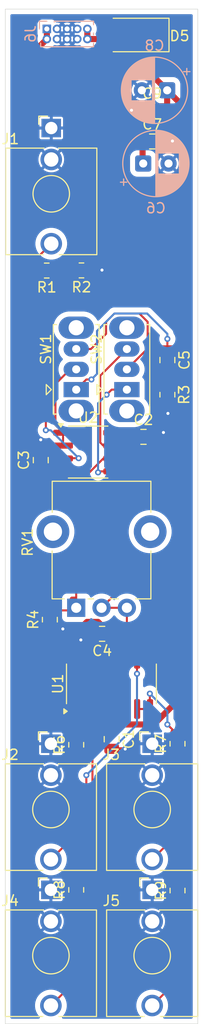
<source format=kicad_pcb>
(kicad_pcb (version 20241229) (generator "pcbnew") (generator_version "9.0")
  (layers (0 "F.Cu" signal) (2 "B.Cu" signal) (13 "F.Paste" user) (15 "B.Paste" user) (5 "F.SilkS" user "F.Silkscreen") (7 "B.SilkS" user "B.Silkscreen") (1 "F.Mask" user) (3 "B.Mask" user) (25 "Edge.Cuts" user))
  (net 0 "")
  (net 1 "GND")
  (net 2 "+12V")
  (net 3 "-12V")
  (net 4 "Net-(SW1-C)")
  (net 5 "Net-(SW1-A)")
  (net 6 "Net-(U2B--)")
  (net 7 "/pwr-eurorack-10p/+12V_IN")
  (net 8 "Net-(J1-PadT)")
  (net 9 "Net-(J2-PadT)")
  (net 10 "Net-(J3-PadT)")
  (net 11 "Net-(J4-PadT)")
  (net 12 "Net-(J5-PadT)")
  (net 13 "Net-(U2A-+)")
  (net 14 "Net-(SW2-C)")
  (net 15 "Net-(U1A--)")
  (net 16 "Net-(U1B--)")
  (net 17 "Net-(U1C--)")
  (net 18 "Net-(U1D--)")
  (net 19 "Net-(SW2-A)")
  (net 20 "Net-(SW1-B)")
  (footprint "Capacitor_SMD:C_0805_2012Metric" (layer "F.Cu") (at 134.5 70)
    (property "Reference" "C9" (at 0 -1.68 0) (layer "F.SilkS"))
    (property "Value" "0.1uF")
    (pad "1" smd roundrect (at -0.95 0) (size 1 1.45) (layers "F.Cu" "F.Mask" "F.Paste") (net 1 "GND"))
    (pad "2" smd roundrect (at 0.95 0) (size 1 1.45) (layers "F.Cu" "F.Mask" "F.Paste") (net 2 "+12V"))
  )
  (footprint "drichert:Jack_3.5mm_QingPu_WQP-PJ398SM_Vertical_CircularHoles" (layer "F.Cu") (at 124.5 146.8)
    (property "Reference" "J4" (at -4.03 1.08 180) (layer "F.SilkS"))
    (property "Value" "OUT3")
    (pad "S" thru_hole rect (at 0 0 180) (size 1.93 1.83) (drill 1.22) (layers "*.Cu" "*.Mask") (net 1 "GND"))
    (pad "T" thru_hole circle (at 0 11.4 180) (size 2.13 2.13) (drill 1.43) (layers "*.Cu" "*.Mask") (net 11 "Net-(J4-PadT)"))
    (pad "TN" thru_hole circle (at 0 3.1 180) (size 2.13 2.13) (drill 1.42) (layers "*.Cu" "*.Mask") (net 1 "GND"))
  )
  (footprint "Resistor_SMD:R_0805_2012Metric" (layer "F.Cu") (at 127.517721 85.751559 180)
    (property "Reference" "R2" (at 0 -1.65 0) (layer "F.SilkS"))
    (property "Value" "100k")
    (pad "1" smd roundrect (at -0.9125 0 180) (size 1.025 1.4) (layers "F.Cu" "F.Mask" "F.Paste") (roundrect_rratio 0.243902) (net 1 "GND"))
    (pad "2" smd roundrect (at 0.9125 0 180) (size 1.025 1.4) (layers "F.Cu" "F.Mask" "F.Paste") (roundrect_rratio 0.243902) (net 13 "Net-(U2A-+)"))
  )
  (footprint "Resistor_SMD:R_0805_2012Metric" (layer "F.Cu") (at 127 132.5 90)
    (property "Reference" "R6" (at 0 -1.65 90) (layer "F.SilkS"))
    (property "Value" "1k")
    (pad "1" smd roundrect (at -0.9125 0 90) (size 1.025 1.4) (layers "F.Cu" "F.Mask" "F.Paste") (roundrect_rratio 0.243902) (net 9 "Net-(J2-PadT)"))
    (pad "2" smd roundrect (at 0.9125 0 90) (size 1.025 1.4) (layers "F.Cu" "F.Mask" "F.Paste") (roundrect_rratio 0.243902) (net 15 "Net-(U1A--)"))
  )
  (footprint "Resistor_SMD:R_0805_2012Metric" (layer "F.Cu") (at 137 132.4 90)
    (property "Reference" "R7" (at 0 -1.65 90) (layer "F.SilkS"))
    (property "Value" "1k")
    (pad "1" smd roundrect (at -0.9125 0 90) (size 1.025 1.4) (layers "F.Cu" "F.Mask" "F.Paste") (roundrect_rratio 0.243902) (net 10 "Net-(J3-PadT)"))
    (pad "2" smd roundrect (at 0.9125 0 90) (size 1.025 1.4) (layers "F.Cu" "F.Mask" "F.Paste") (roundrect_rratio 0.243902) (net 16 "Net-(U1B--)"))
  )
  (footprint "Resistor_SMD:R_0805_2012Metric" (layer "F.Cu") (at 124.0875 85.765636 180)
    (property "Reference" "R1" (at 0 -1.65 0) (layer "F.SilkS"))
    (property "Value" "10k")
    (pad "1" smd roundrect (at -0.9125 0 180) (size 1.025 1.4) (layers "F.Cu" "F.Mask" "F.Paste") (roundrect_rratio 0.243902) (net 13 "Net-(U2A-+)"))
    (pad "2" smd roundrect (at 0.9125 0 180) (size 1.025 1.4) (layers "F.Cu" "F.Mask" "F.Paste") (roundrect_rratio 0.243902) (net 8 "Net-(J1-PadT)"))
  )
  (footprint "Resistor_SMD:R_0805_2012Metric" (layer "F.Cu") (at 127 146.8 90)
    (property "Reference" "R8" (at 0 -1.65 90) (layer "F.SilkS"))
    (property "Value" "1k")
    (pad "1" smd roundrect (at -0.9125 0 90) (size 1.025 1.4) (layers "F.Cu" "F.Mask" "F.Paste") (roundrect_rratio 0.243902) (net 11 "Net-(J4-PadT)"))
    (pad "2" smd roundrect (at 0.9125 0 90) (size 1.025 1.4) (layers "F.Cu" "F.Mask" "F.Paste") (roundrect_rratio 0.243902) (net 17 "Net-(U1C--)"))
  )
  (footprint "Capacitor_SMD:C_0805_2012Metric" (layer "F.Cu") (at 129.556588 121.565946 180)
    (property "Reference" "C4" (at 0 -1.68 0) (layer "F.SilkS"))
    (property "Value" "0.1uF")
    (pad "1" smd roundrect (at -0.95 0 180) (size 1 1.45) (layers "F.Cu" "F.Mask" "F.Paste") (net 3 "-12V"))
    (pad "2" smd roundrect (at 0.95 0 180) (size 1 1.45) (layers "F.Cu" "F.Mask" "F.Paste") (net 1 "GND"))
  )
  (footprint "Capacitor_SMD:C_0805_2012Metric" (layer "F.Cu") (at 136 94.585986 -90)
    (property "Reference" "C5" (at 0 -1.68 90) (layer "F.SilkS"))
    (property "Value" "1uF")
    (pad "1" smd roundrect (at -0.95 0 270) (size 1 1.45) (layers "F.Cu" "F.Mask" "F.Paste") (net 5 "Net-(SW1-A)"))
    (pad "2" smd roundrect (at 0.95 0 270) (size 1 1.45) (layers "F.Cu" "F.Mask" "F.Paste") (net 4 "Net-(SW1-C)"))
  )
  (footprint "Capacitor_SMD:C_0805_2012Metric" (layer "F.Cu") (at 130.5 131.95 -90)
    (property "Reference" "C1" (at 0 -1.68 90) (layer "F.SilkS"))
    (property "Value" "0.1uF")
    (pad "1" smd roundrect (at -0.95 0 270) (size 1 1.45) (layers "F.Cu" "F.Mask" "F.Paste") (net 2 "+12V"))
    (pad "2" smd roundrect (at 0.95 0 270) (size 1 1.45) (layers "F.Cu" "F.Mask" "F.Paste") (net 1 "GND"))
  )
  (footprint "Resistor_SMD:R_0805_2012Metric" (layer "F.Cu") (at 124.396457 120.170771 90)
    (property "Reference" "R4" (at 0 -1.65 90) (layer "F.SilkS"))
    (property "Value" "10k")
    (pad "1" smd roundrect (at -0.9125 0 90) (size 1.025 1.4) (layers "F.Cu" "F.Mask" "F.Paste") (roundrect_rratio 0.243902) (net 1 "GND"))
    (pad "2" smd roundrect (at 0.9125 0 90) (size 1.025 1.4) (layers "F.Cu" "F.Mask" "F.Paste") (roundrect_rratio 0.243902) (net 6 "Net-(U2B--)"))
  )
  (footprint "drichert:Potentiometer_Alpha_RD901F-40-00D_Single_Vertical_CircularHoles" (layer "F.Cu") (at 127 119 90)
    (property "Reference" "RV1" (at 6.45 -4.8 90) (layer "F.SilkS"))
    (property "Value" "100k")
    (pad "" thru_hole circle (at 7.5 -2.3 180) (size 3.24 3.24) (drill 1.8) (layers "*.Cu" "*.Mask"))
    (pad "" thru_hole circle (at 7.5 7.3 180) (size 3.24 3.24) (drill 1.8) (layers "*.Cu" "*.Mask"))
    (pad "1" thru_hole rect (at 0 0 180) (size 1.8 1.8) (drill 1) (layers "*.Cu" "*.Mask") (net 6 "Net-(U2B--)"))
    (pad "2" thru_hole circle (at 0 2.5 180) (size 1.8 1.8) (drill 1) (layers "*.Cu" "*.Mask") (net 14 "Net-(SW2-C)"))
    (pad "3" thru_hole circle (at 0 5 180) (size 1.8 1.8) (drill 1) (layers "*.Cu" "*.Mask") (net 14 "Net-(SW2-C)"))
  )
  (footprint "Button_Switch_THT:SW_Slide_SPDT_Straight_CK_OS102011MS2Q" (layer "F.Cu") (at 132 97.5 90)
    (property "Reference" "SW2" (at 3.99 -2.99 90) (layer "F.SilkS"))
    (property "Value" "DRIVE")
    (pad "" thru_hole oval (at -2.1 0 90) (size 2.2 3.5) (drill 1.5) (layers "*.Cu" "*.Mask"))
    (pad "" thru_hole oval (at 6.1 0 90) (size 2.2 3.5) (drill 1.5) (layers "*.Cu" "*.Mask"))
    (pad "1" thru_hole rect (at 0 0 90) (size 1.5 2.5) (drill 0.8) (layers "*.Cu" "*.Mask") (net 19 "Net-(SW2-A)"))
    (pad "2" thru_hole oval (at 2 0 90) (size 1.5 2.5) (drill 0.8) (layers "*.Cu" "*.Mask") (net 4 "Net-(SW1-C)"))
    (pad "3" thru_hole oval (at 4 0 90) (size 1.5 2.5) (drill 0.8) (layers "*.Cu" "*.Mask") (net 14 "Net-(SW2-C)"))
  )
  (footprint "Resistor_SMD:R_0805_2012Metric" (layer "F.Cu") (at 136 98 -90)
    (property "Reference" "R3" (at 0 -1.65 90) (layer "F.SilkS"))
    (property "Value" "1M")
    (pad "1" smd roundrect (at -0.9125 0 270) (size 1.025 1.4) (layers "F.Cu" "F.Mask" "F.Paste") (roundrect_rratio 0.243902) (net 4 "Net-(SW1-C)"))
    (pad "2" smd roundrect (at 0.9125 0 270) (size 1.025 1.4) (layers "F.Cu" "F.Mask" "F.Paste") (roundrect_rratio 0.243902) (net 1 "GND"))
  )
  (footprint "Diode_SMD:D_SMA" (layer "F.Cu") (at 132.65 62.55 180)
    (property "Reference" "D5" (at -4.55 -0.1 0) (layer "F.SilkS"))
    (property "Value" "SS12")
    (pad "1" smd roundrect (at -2 0 180) (size 2.5 1.8) (layers "F.Cu" "F.Mask" "F.Paste") (roundrect_rratio 0.1388888889) (net 2 "+12V"))
    (pad "2" smd roundrect (at 2 0 180) (size 2.5 1.8) (layers "F.Cu" "F.Mask" "F.Paste") (roundrect_rratio 0.1388888889) (net 7 "/pwr-eurorack-10p/+12V_IN"))
  )
  (footprint "Button_Switch_THT:SW_Slide_SPDT_Straight_CK_OS102011MS2Q" (layer "F.Cu") (at 127 97.5 90)
    (property "Reference" "SW1" (at 3.99 -2.99 90) (layer "F.SilkS"))
    (property "Value" "AC_COUPLE")
    (pad "" thru_hole oval (at -2.1 0 90) (size 2.2 3.5) (drill 1.5) (layers "*.Cu" "*.Mask"))
    (pad "" thru_hole oval (at 6.1 0 90) (size 2.2 3.5) (drill 1.5) (layers "*.Cu" "*.Mask"))
    (pad "1" thru_hole rect (at 0 0 90) (size 1.5 2.5) (drill 0.8) (layers "*.Cu" "*.Mask") (net 5 "Net-(SW1-A)"))
    (pad "2" thru_hole oval (at 2 0 90) (size 1.5 2.5) (drill 0.8) (layers "*.Cu" "*.Mask") (net 20 "Net-(SW1-B)"))
    (pad "3" thru_hole oval (at 4 0 90) (size 1.5 2.5) (drill 0.8) (layers "*.Cu" "*.Mask") (net 4 "Net-(SW1-C)"))
  )
  (footprint "drichert:Jack_3.5mm_QingPu_WQP-PJ398SM_Vertical_CircularHoles" (layer "F.Cu") (at 134.5 132.4)
    (property "Reference" "J3" (at -4.03 1.08 180) (layer "F.SilkS"))
    (property "Value" "OUT2")
    (pad "S" thru_hole rect (at 0 0 180) (size 1.93 1.83) (drill 1.22) (layers "*.Cu" "*.Mask") (net 1 "GND"))
    (pad "T" thru_hole circle (at 0 11.4 180) (size 2.13 2.13) (drill 1.43) (layers "*.Cu" "*.Mask") (net 10 "Net-(J3-PadT)"))
    (pad "TN" thru_hole circle (at 0 3.1 180) (size 2.13 2.13) (drill 1.42) (layers "*.Cu" "*.Mask") (net 1 "GND"))
  )
  (footprint "Capacitor_SMD:C_0805_2012Metric" (layer "F.Cu") (at 123.5 104.45 90)
    (property "Reference" "C3" (at 0 -1.68 90) (layer "F.SilkS"))
    (property "Value" "0.1uF")
    (pad "1" smd roundrect (at -0.95 0 90) (size 1 1.45) (layers "F.Cu" "F.Mask" "F.Paste") (net 3 "-12V"))
    (pad "2" smd roundrect (at 0.95 0 90) (size 1 1.45) (layers "F.Cu" "F.Mask" "F.Paste") (net 1 "GND"))
  )
  (footprint "drichert:Jack_3.5mm_QingPu_WQP-PJ398SM_Vertical_CircularHoles" (layer "F.Cu") (at 124.534565 71.72)
    (property "Reference" "J1" (at -4.03 1.08 180) (layer "F.SilkS"))
    (property "Value" "IN")
    (pad "S" thru_hole rect (at 0 0 180) (size 1.93 1.83) (drill 1.22) (layers "*.Cu" "*.Mask") (net 1 "GND"))
    (pad "T" thru_hole circle (at 0 11.4 180) (size 2.13 2.13) (drill 1.43) (layers "*.Cu" "*.Mask") (net 8 "Net-(J1-PadT)"))
    (pad "TN" thru_hole circle (at 0 3.1 180) (size 2.13 2.13) (drill 1.42) (layers "*.Cu" "*.Mask") (net 1 "GND"))
  )
  (footprint "Package_SO:SOIC-14_3.9x8.7mm_P1.27mm" (layer "F.Cu") (at 130.475 126.5 90)
    (property "Reference" "U1" (at 0 -5.28 90) (layer "F.SilkS"))
    (property "Value" "TL074")
    (pad "1" smd roundrect (at -2.475 -3.81 90) (size 1.95 0.6) (layers "F.Cu" "F.Mask" "F.Paste") (net 15 "Net-(U1A--)"))
    (pad "2" smd roundrect (at -2.475 -2.54 90) (size 1.95 0.6) (layers "F.Cu" "F.Mask" "F.Paste") (net 15 "Net-(U1A--)"))
    (pad "3" smd roundrect (at -2.475 -1.27 90) (size 1.95 0.6) (layers "F.Cu" "F.Mask" "F.Paste") (net 14 "Net-(SW2-C)"))
    (pad "4" smd roundrect (at -2.475 0 90) (size 1.95 0.6) (layers "F.Cu" "F.Mask" "F.Paste") (net 2 "+12V"))
    (pad "5" smd roundrect (at -2.475 1.27 90) (size 1.95 0.6) (layers "F.Cu" "F.Mask" "F.Paste") (net 14 "Net-(SW2-C)"))
    (pad "6" smd roundrect (at -2.475 2.54 90) (size 1.95 0.6) (layers "F.Cu" "F.Mask" "F.Paste") (net 16 "Net-(U1B--)"))
    (pad "7" smd roundrect (at -2.475 3.81 90) (size 1.95 0.6) (layers "F.Cu" "F.Mask" "F.Paste") (net 16 "Net-(U1B--)"))
    (pad "8" smd roundrect (at 2.475 3.81 90) (size 1.95 0.6) (layers "F.Cu" "F.Mask" "F.Paste") (net 17 "Net-(U1C--)"))
    (pad "9" smd roundrect (at 2.475 2.54 90) (size 1.95 0.6) (layers "F.Cu" "F.Mask" "F.Paste") (net 17 "Net-(U1C--)"))
    (pad "10" smd roundrect (at 2.475 1.27 90) (size 1.95 0.6) (layers "F.Cu" "F.Mask" "F.Paste") (net 14 "Net-(SW2-C)"))
    (pad "11" smd roundrect (at 2.475 0 90) (size 1.95 0.6) (layers "F.Cu" "F.Mask" "F.Paste") (net 3 "-12V"))
    (pad "12" smd roundrect (at 2.475 -1.27 90) (size 1.95 0.6) (layers "F.Cu" "F.Mask" "F.Paste") (net 14 "Net-(SW2-C)"))
    (pad "13" smd roundrect (at 2.475 -2.54 90) (size 1.95 0.6) (layers "F.Cu" "F.Mask" "F.Paste") (net 18 "Net-(U1D--)"))
    (pad "14" smd roundrect (at 2.475 -3.81 90) (size 1.95 0.6) (layers "F.Cu" "F.Mask" "F.Paste") (net 18 "Net-(U1D--)"))
  )
  (footprint "Package_SO:SOIC-8_3.9x4.9mm_P1.27mm" (layer "F.Cu") (at 128.176338 103.652723)
    (property "Reference" "U2" (at 0 -3.4 0) (layer "F.SilkS"))
    (property "Value" "TL072")
    (pad "1" smd roundrect (at -2.475 -1.905) (size 1.95 0.6) (layers "F.Cu" "F.Mask" "F.Paste") (net 20 "Net-(SW1-B)"))
    (pad "2" smd roundrect (at -2.475 -0.635) (size 1.95 0.6) (layers "F.Cu" "F.Mask" "F.Paste") (net 20 "Net-(SW1-B)"))
    (pad "3" smd roundrect (at -2.475 0.635) (size 1.95 0.6) (layers "F.Cu" "F.Mask" "F.Paste") (net 13 "Net-(U2A-+)"))
    (pad "4" smd roundrect (at -2.475 1.905) (size 1.95 0.6) (layers "F.Cu" "F.Mask" "F.Paste") (net 3 "-12V"))
    (pad "5" smd roundrect (at 2.475 1.905) (size 1.95 0.6) (layers "F.Cu" "F.Mask" "F.Paste") (net 19 "Net-(SW2-A)"))
    (pad "6" smd roundrect (at 2.475 0.635) (size 1.95 0.6) (layers "F.Cu" "F.Mask" "F.Paste") (net 6 "Net-(U2B--)"))
    (pad "7" smd roundrect (at 2.475 -0.635) (size 1.95 0.6) (layers "F.Cu" "F.Mask" "F.Paste") (net 14 "Net-(SW2-C)"))
    (pad "8" smd roundrect (at 2.475 -1.905) (size 1.95 0.6) (layers "F.Cu" "F.Mask" "F.Paste") (net 2 "+12V"))
  )
  (footprint "drichert:Jack_3.5mm_QingPu_WQP-PJ398SM_Vertical_CircularHoles" (layer "F.Cu") (at 124.5 132.4)
    (property "Reference" "J2" (at -4.03 1.08 180) (layer "F.SilkS"))
    (property "Value" "OUT1")
    (pad "S" thru_hole rect (at 0 0 180) (size 1.93 1.83) (drill 1.22) (layers "*.Cu" "*.Mask") (net 1 "GND"))
    (pad "T" thru_hole circle (at 0 11.4 180) (size 2.13 2.13) (drill 1.43) (layers "*.Cu" "*.Mask") (net 9 "Net-(J2-PadT)"))
    (pad "TN" thru_hole circle (at 0 3.1 180) (size 2.13 2.13) (drill 1.42) (layers "*.Cu" "*.Mask") (net 1 "GND"))
  )
  (footprint "Capacitor_SMD:C_0805_2012Metric" (layer "F.Cu") (at 134.5 73.042968)
    (property "Reference" "C7" (at 0 -1.68 0) (layer "F.SilkS"))
    (property "Value" "0.1uF")
    (pad "1" smd roundrect (at -0.95 0) (size 1 1.45) (layers "F.Cu" "F.Mask" "F.Paste") (net 3 "-12V"))
    (pad "2" smd roundrect (at 0.95 0) (size 1 1.45) (layers "F.Cu" "F.Mask" "F.Paste") (net 1 "GND"))
  )
  (footprint "Resistor_SMD:R_0805_2012Metric" (layer "F.Cu") (at 137 146.8675 90)
    (property "Reference" "R9" (at 0 -1.65 90) (layer "F.SilkS"))
    (property "Value" "1k")
    (pad "1" smd roundrect (at -0.9125 0 90) (size 1.025 1.4) (layers "F.Cu" "F.Mask" "F.Paste") (roundrect_rratio 0.243902) (net 12 "Net-(J5-PadT)"))
    (pad "2" smd roundrect (at 0.9125 0 90) (size 1.025 1.4) (layers "F.Cu" "F.Mask" "F.Paste") (roundrect_rratio 0.243902) (net 18 "Net-(U1D--)"))
  )
  (footprint "Capacitor_SMD:C_0805_2012Metric" (layer "F.Cu") (at 133.639528 102.155352)
    (property "Reference" "C2" (at 0 -1.68 0) (layer "F.SilkS"))
    (property "Value" "0.1uF")
    (pad "1" smd roundrect (at -0.95 0) (size 1 1.45) (layers "F.Cu" "F.Mask" "F.Paste") (net 2 "+12V"))
    (pad "2" smd roundrect (at 0.95 0) (size 1 1.45) (layers "F.Cu" "F.Mask" "F.Paste") (net 1 "GND"))
  )
  (footprint "drichert:Jack_3.5mm_QingPu_WQP-PJ398SM_Vertical_CircularHoles" (layer "F.Cu") (at 134.5 146.8)
    (property "Reference" "J5" (at -4.03 1.08 180) (layer "F.SilkS"))
    (property "Value" "OUT4")
    (pad "S" thru_hole rect (at 0 0 180) (size 1.93 1.83) (drill 1.22) (layers "*.Cu" "*.Mask") (net 1 "GND"))
    (pad "T" thru_hole circle (at 0 11.4 180) (size 2.13 2.13) (drill 1.43) (layers "*.Cu" "*.Mask") (net 12 "Net-(J5-PadT)"))
    (pad "TN" thru_hole circle (at 0 3.1 180) (size 2.13 2.13) (drill 1.42) (layers "*.Cu" "*.Mask") (net 1 "GND"))
  )
  (footprint "Connector_PinHeader_1.00mm:PinHeader_2x05_P1.00mm_Vertical" (layer "B.Cu") (at 124.1 61.95 -90)
    (property "Reference" "J6" (at 0.5 1.61 90) (layer "B.SilkS") (effects (justify mirror)))
    (property "Value" "PWR")
    (pad "1" thru_hole rect (at 0 0 270) (size 0.85 0.85) (drill 0.5) (layers "*.Cu" "*.Mask") (net 3 "-12V"))
    (pad "2" thru_hole circle (at 1 0 270) (size 0.85 0.85) (drill 0.5) (layers "*.Cu" "*.Mask") (net 3 "-12V"))
    (pad "3" thru_hole circle (at 0 -1 270) (size 0.85 0.85) (drill 0.5) (layers "*.Cu" "*.Mask") (net 1 "GND"))
    (pad "4" thru_hole circle (at 1 -1 270) (size 0.85 0.85) (drill 0.5) (layers "*.Cu" "*.Mask") (net 1 "GND"))
    (pad "5" thru_hole circle (at 0 -2 270) (size 0.85 0.85) (drill 0.5) (layers "*.Cu" "*.Mask") (net 1 "GND"))
    (pad "6" thru_hole circle (at 1 -2 270) (size 0.85 0.85) (drill 0.5) (layers "*.Cu" "*.Mask") (net 1 "GND"))
    (pad "7" thru_hole circle (at 0 -3 270) (size 0.85 0.85) (drill 0.5) (layers "*.Cu" "*.Mask") (net 1 "GND"))
    (pad "8" thru_hole circle (at 1 -3 270) (size 0.85 0.85) (drill 0.5) (layers "*.Cu" "*.Mask") (net 1 "GND"))
    (pad "9" thru_hole circle (at 0 -4 270) (size 0.85 0.85) (drill 0.5) (layers "*.Cu" "*.Mask") (net 7 "/pwr-eurorack-10p/+12V_IN"))
    (pad "10" thru_hole circle (at 1 -4 270) (size 0.85 0.85) (drill 0.5) (layers "*.Cu" "*.Mask") (net 7 "/pwr-eurorack-10p/+12V_IN"))
  )
  (footprint "Capacitor_THT:CP_Radial_D6.3mm_P2.50mm" (layer "B.Cu") (at 133.614344 75.216213)
    (property "Reference" "C6" (at 1.25 4.4 0) (layer "B.SilkS") (effects (justify mirror)))
    (property "Value" "10uF")
    (pad "1" thru_hole roundrect (at 0 0) (size 1.6 1.6) (drill 0.8) (layers "*.Cu" "*.Mask") (roundrect_rratio 0.15625) (net 3 "-12V"))
    (pad "2" thru_hole circle (at 2.5 0) (size 1.6 1.6) (drill 0.8) (layers "*.Cu" "*.Mask") (net 1 "GND"))
  )
  (footprint "Capacitor_THT:CP_Radial_D6.3mm_P2.50mm" (layer "B.Cu") (at 135.979103 68 180)
    (property "Reference" "C8" (at 1.25 4.4 0) (layer "B.SilkS") (effects (justify mirror)))
    (property "Value" "10uF")
    (pad "1" thru_hole roundrect (at 0 0 180) (size 1.6 1.6) (drill 0.8) (layers "*.Cu" "*.Mask") (roundrect_rratio 0.15625) (net 2 "+12V"))
    (pad "2" thru_hole circle (at 2.5 0 180) (size 1.6 1.6) (drill 0.8) (layers "*.Cu" "*.Mask") (net 1 "GND"))
  )
  (gr_rect (start 120 60) (end 139 160) (stroke (width 0.05)) (fill no) (layer "Edge.Cuts"))
  (segment (start 132.95 68.1) (end 133.05 68) (width 0.2) (layer "F.Cu") (net 1))
  (segment (start 134.589528 102.155352) (end 135.178699 102.155352) (width 0.3) (layer "F.Cu") (net 1))
  (segment (start 123.494096 102.443244) (end 123.494096 103.494096) (width 0.3) (layer "F.Cu") (net 1))
  (segment (start 128.003046 122.169488) (end 128.606588 121.565946) (width 0.3) (layer "F.Cu") (net 1))
  (segment (start 124.396457 121.083271) (end 125.678507 121.08327) (width 0.3) (layer "F.Cu") (net 1))
  (segment (start 133.516389 69.966389) (end 133.55 70) (width 0.3) (layer "F.Cu") (net 1))
  (segment (start 135.178699 102.155352) (end 135.609801 101.72425) (width 0.3) (layer "F.Cu") (net 1))
  (segment (start 133.05 68) (end 133.5 68) (width 0.2) (layer "F.Cu") (net 1))
  (segment (start 136.053133 98.965633) (end 136 98.9125) (width 0.3) (layer "F.Cu") (net 1))
  (segment (start 132.456689 69.966389) (end 133.516389 69.966389) (width 0.3) (layer "F.Cu") (net 1))
  (segment (start 128.430221 85.751559) (end 129.509663 85.751559) (width 0.3) (layer "F.Cu") (net 1))
  (segment (start 131.814266 132.9) (end 131.832703 132.918437) (width 0.3) (layer "F.Cu") (net 1))
  (segment (start 127.456983 122.169488) (end 128.003046 122.169488) (width 0.3) (layer "F.Cu") (net 1))
  (segment (start 136.5 73) (end 135.492968 73) (width 0.3) (layer "F.Cu") (net 1))
  (segment (start 129.509663 85.751559) (end 129.54272 85.718502) (width 0.3) (layer "F.Cu") (net 1))
  (segment (start 130.5 132.9) (end 131.814266 132.9) (width 0.3) (layer "F.Cu") (net 1))
  (segment (start 135.492968 73) (end 135.45 73.042968) (width 0.3) (layer "F.Cu") (net 1))
  (segment (start 136.053133 99.845426) (end 136.053133 98.965633) (width 0.3) (layer "F.Cu") (net 1))
  (segment (start 123.494096 103.494096) (end 123.5 103.5) (width 0.3) (layer "F.Cu") (net 1))
  (via (at 135.609801 101.72425) (size 0.6) (drill 0.3) (layers "F.Cu" "B.Cu") (net 1))
  (via (at 127.456983 122.169488) (size 0.6) (drill 0.3) (layers "F.Cu" "B.Cu") (net 1))
  (via (at 123.494096 102.443244) (size 0.6) (drill 0.3) (layers "F.Cu" "B.Cu") (net 1))
  (via (at 136.5 73) (size 0.6) (drill 0.3) (layers "F.Cu" "B.Cu") (net 1))
  (via (at 132.456689 69.966389) (size 0.6) (drill 0.3) (layers "F.Cu" "B.Cu") (net 1))
  (via (at 129.54272 85.718502) (size 0.6) (drill 0.3) (layers "F.Cu" "B.Cu") (net 1))
  (via (at 131.832703 132.918437) (size 0.6) (drill 0.3) (layers "F.Cu" "B.Cu") (net 1))
  (via (at 125.678507 121.08327) (size 0.6) (drill 0.3) (layers "F.Cu" "B.Cu") (net 1))
  (via (at 136.053133 99.845426) (size 0.6) (drill 0.3) (layers "F.Cu" "B.Cu") (net 1))
  (segment (start 134.65 66.670897) (end 135.979103 68) (width 0.6) (layer "F.Cu") (net 2))
  (segment (start 134.65981 130.5) (end 131.37019 130.5) (width 0.6) (layer "F.Cu") (net 2))
  (segment (start 137.882675 100.656207) (end 137.882675 69.903572) (width 0.6) (layer "F.Cu") (net 2))
  (segment (start 135.15753 103.381352) (end 133.915528 103.381352) (width 0.6) (layer "F.Cu") (net 2))
  (segment (start 137.882675 100.656207) (end 137.882675 127.277135) (width 0.6) (layer "F.Cu") (net 2))
  (segment (start 131.058967 102.155352) (end 130.651338 101.747723) (width 0.6) (layer "F.Cu") (net 2))
  (segment (start 133.915528 103.381352) (end 132.689528 102.155352) (width 0.6) (layer "F.Cu") (net 2))
  (segment (start 131.37019 130.5) (end 130.475 129.60481) (width 0.6) (layer "F.Cu") (net 2))
  (segment (start 132.689528 102.155352) (end 131.058967 102.155352) (width 0.6) (layer "F.Cu") (net 2))
  (segment (start 135.979103 69.470897) (end 135.45 70) (width 0.6) (layer "F.Cu") (net 2))
  (segment (start 130.475 129.60481) (end 130.475 128.975) (width 0.6) (layer "F.Cu") (net 2))
  (segment (start 136 68) (end 136 68.2) (width 0.2) (layer "F.Cu") (net 2))
  (segment (start 130.475 130.975) (end 130.5 131) (width 0.6) (layer "F.Cu") (net 2))
  (segment (start 130.475 128.975) (end 130.475 130.975) (width 0.6) (layer "F.Cu") (net 2))
  (segment (start 135.35 68) (end 136 68) (width 0.2) (layer "F.Cu") (net 2))
  (segment (start 134.65 62.55) (end 134.65 66.670897) (width 0.6) (layer "F.Cu") (net 2))
  (segment (start 137.882675 127.277135) (end 134.65981 130.5) (width 0.6) (layer "F.Cu") (net 2))
  (segment (start 137.882675 69.903572) (end 135.979103 68.000001) (width 0.6) (layer "F.Cu") (net 2))
  (segment (start 135.979103 68.000001) (end 135.979103 68) (width 0.6) (layer "F.Cu") (net 2))
  (segment (start 135.979103 68) (end 135.979103 69.470897) (width 0.6) (layer "F.Cu") (net 2))
  (segment (start 137.882675 100.656207) (end 135.15753 103.381352) (width 0.6) (layer "F.Cu") (net 2))
  (segment (start 133.369002 62.55) (end 134.65 62.55) (width 0.6) (layer "F.Cu") (net 2))
  (segment (start 121.8 65.25) (end 121.8 105.5) (width 0.6) (layer "F.Cu") (net 3))
  (segment (start 133.55 73.042968) (end 133.55 75.151869) (width 0.6) (layer "F.Cu") (net 3))
  (segment (start 121.8 105.5) (end 121.8 121.05781) (width 0.6) (layer "F.Cu") (net 3))
  (segment (start 122.025 65.025) (end 125.532032 65.025) (width 0.6) (layer "F.Cu") (net 3))
  (segment (start 130.475 121.711066) (end 130.475 124.025) (width 0.6) (layer "F.Cu") (net 3))
  (segment (start 125.543615 105.4) (end 125.701338 105.557723) (width 0.6) (layer "F.Cu") (net 3))
  (segment (start 121.8 105.5) (end 123.4 105.5) (width 0.6) (layer "F.Cu") (net 3))
  (segment (start 125.864 122.585242) (end 128.059296 120.389946) (width 0.6) (layer "F.Cu") (net 3))
  (segment (start 123.5 105.4) (end 125.543615 105.4) (width 0.6) (layer "F.Cu") (net 3))
  (segment (start 121.8 121.05781) (end 121.799 121.05881) (width 0.6) (layer "F.Cu") (net 3))
  (segment (start 123.325432 122.585242) (end 125.864 122.585242) (width 0.6) (layer "F.Cu") (net 3))
  (segment (start 124.1 62.95) (end 122.025 65.025) (width 0.6) (layer "F.Cu") (net 3))
  (segment (start 123.4 105.5) (end 123.5 105.4) (width 0.6) (layer "F.Cu") (net 3))
  (segment (start 128.059296 120.389946) (end 129.15388 120.389946) (width 0.6) (layer "F.Cu") (net 3))
  (segment (start 129.15388 120.389946) (end 130.475 121.711066) (width 0.6) (layer "F.Cu") (net 3))
  (segment (start 133.55 75.151869) (end 133.614344 75.216213) (width 0.6) (layer "F.Cu") (net 3))
  (segment (start 125.532032 65.025) (end 133.55 73.042968) (width 0.6) (layer "F.Cu") (net 3))
  (segment (start 122.025 65.025) (end 121.8 65.25) (width 0.6) (layer "F.Cu") (net 3))
  (segment (start 121.799 121.05881) (end 123.325432 122.585242) (width 0.6) (layer "F.Cu") (net 3))
  (segment (start 124.1 61.95) (end 124.1 62.95) (width 0.6) (layer "F.Cu") (net 3))
  (segment (start 134.051 93.586986) (end 136 95.535986) (width 0.2) (layer "F.Cu") (net 4))
  (segment (start 128.45 93.5) (end 129.949 92.001) (width 0.2) (layer "F.Cu") (net 4))
  (segment (start 134.051 90.819687) (end 134.051 93.449) (width 0.2) (layer "F.Cu") (net 4))
  (segment (start 135.435043 95.535986) (end 136 95.535986) (width 0.2) (layer "F.Cu") (net 4))
  (segment (start 129.949 90.819687) (end 130.769687 89.999) (width 0.2) (layer "F.Cu") (net 4))
  (segment (start 129.949 92.001) (end 129.949 90.819687) (width 0.2) (layer "F.Cu") (net 4))
  (segment (start 127 93.5) (end 128.45 93.5) (width 0.2) (layer "F.Cu") (net 4))
  (segment (start 136.098997 96.988503) (end 136 97.0875) (width 0.2) (layer "F.Cu") (net 4))
  (segment (start 136 95.535986) (end 136 97.0875) (width 0.2) (layer "F.Cu") (net 4))
  (segment (start 134.051 93.449) (end 134.051 93.586986) (width 0.2) (layer "F.Cu") (net 4))
  (segment (start 133.230313 89.999) (end 134.051 90.819687) (width 0.2) (layer "F.Cu") (net 4))
  (segment (start 130.769687 89.999) (end 133.230313 89.999) (width 0.2) (layer "F.Cu") (net 4))
  (segment (start 134.051 93.449) (end 132 95.5) (width 0.2) (layer "F.Cu") (net 4))
  (segment (start 136.343325 93.635986) (end 136 93.635986) (width 0.2) (layer "F.Cu") (net 5))
  (segment (start 136.5 93.479311) (end 136.343325 93.635986) (width 0.2) (layer "F.Cu") (net 5))
  (segment (start 128.5 96.5) (end 128 96.5) (width 0.2) (layer "F.Cu") (net 5))
  (segment (start 136 92.5) (end 136 93.635986) (width 0.2) (layer "F.Cu") (net 5))
  (segment (start 128 96.5) (end 127 97.5) (width 0.2) (layer "F.Cu") (net 5))
  (via (at 136 92.5) (size 0.6) (drill 0.3) (layers "F.Cu" "B.Cu") (net 5))
  (via (at 128.5 96.5) (size 0.6) (drill 0.3) (layers "F.Cu" "B.Cu") (net 5))
  (segment (start 130.769687 89.999) (end 129.051 91.717687) (width 0.2) (layer "B.Cu") (net 5))
  (segment (start 136 92.5) (end 136 92) (width 0.2) (layer "B.Cu") (net 5))
  (segment (start 129.051 91.717687) (end 129.051 95.949) (width 0.2) (layer "B.Cu") (net 5))
  (segment (start 133.999 89.999) (end 130.769687 89.999) (width 0.2) (layer "B.Cu") (net 5))
  (segment (start 129.051 95.949) (end 128.5 96.5) (width 0.2) (layer "B.Cu") (net 5))
  (segment (start 136 92) (end 133.999 89.999) (width 0.2) (layer "B.Cu") (net 5))
  (segment (start 127 106.964062) (end 127 119) (width 0.2) (layer "F.Cu") (net 6))
  (segment (start 130.651338 104.287723) (end 129.676339 104.287723) (width 0.2) (layer "F.Cu") (net 6))
  (segment (start 129.676339 104.287723) (end 127 106.964062) (width 0.2) (layer "F.Cu") (net 6))
  (segment (start 126.4625 118.0875) (end 126.55 118) (width 0.2) (layer "F.Cu") (net 6))
  (segment (start 126.55 118) (end 127 118) (width 0.2) (layer "F.Cu") (net 6))
  (segment (start 126.241729 119.258271) (end 124.396457 119.258271) (width 0.2) (layer "F.Cu") (net 6))
  (segment (start 127 119) (end 126.5 119) (width 0.2) (layer "F.Cu") (net 6))
  (segment (start 126.5 119) (end 126.241729 119.258271) (width 0.2) (layer "F.Cu") (net 6))
  (segment (start 130.25 62.95) (end 130.65 62.55) (width 0.3) (layer "F.Cu") (net 7))
  (segment (start 128.1 62.95) (end 130.25 62.95) (width 0.6) (layer "F.Cu") (net 7))
  (segment (start 128.1 61.95) (end 128.1 62.95) (width 0.6) (layer "F.Cu") (net 7))
  (segment (start 124.534565 83.12) (end 123.175 84.479565) (width 0.2) (layer "F.Cu") (net 8))
  (segment (start 123.175 84.479565) (end 123.175 85.765636) (width 0.2) (layer "F.Cu") (net 8))
  (segment (start 127 141.3) (end 124.5 143.8) (width 0.2) (layer "F.Cu") (net 9))
  (segment (start 127 133.4125) (end 127 141.3) (width 0.2) (layer "F.Cu") (net 9))
  (segment (start 137 133.3125) (end 137 141.3) (width 0.2) (layer "F.Cu") (net 10))
  (segment (start 137 141.3) (end 134.5 143.8) (width 0.2) (layer "F.Cu") (net 10))
  (segment (start 127 155.7) (end 127 147.7125) (width 0.2) (layer "F.Cu") (net 11))
  (segment (start 124.5 158.2) (end 127 155.7) (width 0.2) (layer "F.Cu") (net 11))
  (segment (start 134.5 158.2) (end 137 155.7) (width 0.2) (layer "F.Cu") (net 12))
  (segment (start 137 155.7) (end 137 147.78) (width 0.2) (layer "F.Cu") (net 12))
  (segment (start 127.238461 104.259459) (end 125.729602 104.259459) (width 0.2) (layer "F.Cu") (net 13))
  (segment (start 126.591144 85.765636) (end 126.605221 85.751559) (width 0.2) (layer "F.Cu") (net 13))
  (segment (start 124 86.765636) (end 125 85.765636) (width 0.2) (layer "F.Cu") (net 13))
  (segment (start 125 85.765636) (end 126.591144 85.765636) (width 0.2) (layer "F.Cu") (net 13))
  (segment (start 124 101.5) (end 124 86.765636) (width 0.2) (layer "F.Cu") (net 13))
  (segment (start 125.729602 104.259459) (end 125.701338 104.287723) (width 0.2) (layer "F.Cu") (net 13))
  (via (at 124 101.5) (size 0.6) (drill 0.3) (layers "F.Cu" "B.Cu") (net 13))
  (via (at 127.238461 104.259459) (size 0.6) (drill 0.3) (layers "F.Cu" "B.Cu") (net 13))
  (segment (start 124 101.5) (end 124.479002 101.5) (width 0.2) (layer "B.Cu") (net 13))
  (segment (start 124.479002 101.5) (end 127.238461 104.259459) (width 0.2) (layer "B.Cu") (net 13))
  (segment (start 129.375338 102.716722) (end 129.676339 103.017723) (width 0.2) (layer "F.Cu") (net 14))
  (segment (start 129.205 128.000001) (end 129.705001 127.5) (width 0.2) (layer "F.Cu") (net 14))
  (segment (start 129.205 124.999999) (end 129.205 124.025) (width 0.2) (layer "F.Cu") (net 14))
  (segment (start 130.651338 103.017723) (end 131.626337 103.017723) (width 0.2) (layer "F.Cu") (net 14))
  (segment (start 131.745 128.245) (end 131.745 128.975) (width 0.2) (layer "F.Cu") (net 14))
  (segment (start 129.506001 125.301) (end 129.205 124.999999) (width 0.2) (layer "F.Cu") (net 14))
  (segment (start 129.676339 103.017723) (end 130.651338 103.017723) (width 0.2) (layer "F.Cu") (net 14))
  (segment (start 129.375338 96.124662) (end 129.375338 102.716722) (width 0.2) (layer "F.Cu") (net 14))
  (segment (start 131.745 124.999999) (end 131.443999 125.301) (width 0.2) (layer "F.Cu") (net 14))
  (segment (start 132 123.77) (end 131.745 124.025) (width 0.2) (layer "F.Cu") (net 14))
  (segment (start 131.626337 103.017723) (end 131.927338 103.318724) (width 0.2) (layer "F.Cu") (net 14))
  (segment (start 132 119) (end 132 123.77) (width 0.2) (layer "F.Cu") (net 14))
  (segment (start 129.205 128.975) (end 129.205 128.000001) (width 0.2) (layer "F.Cu") (net 14))
  (segment (start 131.745 124.025) (end 131.745 124.999999) (width 0.2) (layer "F.Cu") (net 14))
  (segment (start 129.205 124.025) (end 129.205 128.975) (width 0.2) (layer "F.Cu") (net 14))
  (segment (start 131.443999 125.301) (end 129.506001 125.301) (width 0.2) (layer "F.Cu") (net 14))
  (segment (start 131.927338 103.318724) (end 131.927338 116.572662) (width 0.2) (layer "F.Cu") (net 14))
  (segment (start 131 127.5) (end 131.745 128.245) (width 0.2) (layer "F.Cu") (net 14))
  (segment (start 131.927338 116.572662) (end 129.5 119) (width 0.2) (layer "F.Cu") (net 14))
  (segment (start 129.705001 127.5) (end 131 127.5) (width 0.2) (layer "F.Cu") (net 14))
  (segment (start 132 93.5) (end 129.375338 96.124662) (width 0.2) (layer "F.Cu") (net 14))
  (segment (start 129.5 119) (end 132 119) (width 0.2) (layer "F.Cu") (net 14))
  (segment (start 126.665 131.2525) (end 127 131.5875) (width 0.2) (layer "F.Cu") (net 15))
  (segment (start 126.665 128.975) (end 126.665 131.2525) (width 0.2) (layer "F.Cu") (net 15))
  (segment (start 127.935 128.975) (end 126.665 128.975) (width 0.2) (layer "F.Cu") (net 15))
  (segment (start 136.9875 131.4875) (end 136 130.5) (width 0.2) (layer "F.Cu") (net 16))
  (segment (start 137 131.4875) (end 136.9875 131.4875) (width 0.2) (layer "F.Cu") (net 16))
  (segment (start 134.266521 127.458846) (end 134.266521 128.956521) (width 0.2) (layer "F.Cu") (net 16))
  (segment (start 134.266521 128.956521) (end 134.285 128.975) (width 0.2) (layer "F.Cu") (net 16))
  (segment (start 134.285 128.975) (end 133.015 128.975) (width 0.2) (layer "F.Cu") (net 16))
  (via (at 134.266521 127.458846) (size 0.6) (drill 0.3) (layers "F.Cu" "B.Cu") (net 16))
  (via (at 136 130.5) (size 0.6) (drill 0.3) (layers "F.Cu" "B.Cu") (net 16))
  (segment (start 136 130.5) (end 136 129.192325) (width 0.2) (layer "B.Cu") (net 16))
  (segment (start 136 129.192325) (end 134.266521 127.458846) (width 0.2) (layer "B.Cu") (net 16))
  (segment (start 128 144.8875) (end 128 135.5) (width 0.2) (layer "F.Cu") (net 17))
  (segment (start 127 145.8875) (end 128 144.8875) (width 0.2) (layer "F.Cu") (net 17))
  (segment (start 133 125.5) (end 133 124.04) (width 0.2) (layer "F.Cu") (net 17))
  (segment (start 133 124.04) (end 133.015 124.025) (width 0.2) (layer "F.Cu") (net 17))
  (segment (start 133.015 124.025) (end 134.285 124.025) (width 0.2) (layer "F.Cu") (net 17))
  (via (at 133 125.5) (size 0.6) (drill 0.3) (layers "F.Cu" "B.Cu") (net 17))
  (via (at 128 135.5) (size 0.6) (drill 0.3) (layers "F.Cu" "B.Cu") (net 17))
  (segment (start 128 135.5) (end 133 130.5) (width 0.2) (layer "B.Cu") (net 17))
  (segment (start 133 130.5) (end 133 125.5) (width 0.2) (layer "B.Cu") (net 17))
  (segment (start 133.234 148.016) (end 128.604 143.386) (width 0.2) (layer "F.Cu") (net 18))
  (segment (start 135.766 147.189) (end 135.766 148.016) (width 0.2) (layer "F.Cu") (net 18))
  (segment (start 137 145.955) (end 135.766 147.189) (width 0.2) (layer "F.Cu") (net 18))
  (segment (start 128.604 124.694) (end 127.935 124.025) (width 0.2) (layer "F.Cu") (net 18))
  (segment (start 135.766 148.016) (end 133.234 148.016) (width 0.2) (layer "F.Cu") (net 18))
  (segment (start 126.665 124.025) (end 127.935 124.025) (width 0.2) (layer "F.Cu") (net 18))
  (segment (start 128.604 143.386) (end 128.604 124.694) (width 0.2) (layer "F.Cu") (net 18))
  (segment (start 130.651338 105.557723) (end 129.254869 105.557723) (width 0.2) (layer "F.Cu") (net 19))
  (segment (start 130.5 97.5) (end 132 97.5) (width 0.2) (layer "F.Cu") (net 19))
  (segment (start 130 98) (end 130.5 97.5) (width 0.2) (layer "F.Cu") (net 19))
  (segment (start 129.254869 105.557723) (end 129.156296 105.656296) (width 0.2) (layer "F.Cu") (net 19))
  (via (at 130 98) (size 0.6) (drill 0.3) (layers "F.Cu" "B.Cu") (net 19))
  (via (at 129.156296 105.656296) (size 0.6) (drill 0.3) (layers "F.Cu" "B.Cu") (net 19))
  (segment (start 129.156296 105.656296) (end 129.156296 98.843704) (width 0.2) (layer "B.Cu") (net 19))
  (segment (start 129.156296 98.843704) (end 130 98) (width 0.2) (layer "B.Cu") (net 19))
  (segment (start 124.949 96.949) (end 126.398 95.5) (width 0.2) (layer "F.Cu") (net 20))
  (segment (start 124.949 100.995385) (end 124.949 96.949) (width 0.2) (layer "F.Cu") (net 20))
  (segment (start 126.398 95.5) (end 127 95.5) (width 0.2) (layer "F.Cu") (net 20))
  (segment (start 125.701338 101.747723) (end 125.701338 103.017723) (width 0.2) (layer "F.Cu") (net 20))
  (segment (start 125.701338 101.747723) (end 124.949 100.995385) (width 0.2) (layer "F.Cu") (net 20))
  (zone (net 1) (net_name "GND") (layer "B.Cu") (connect_pads (clearance 0.5)) (min_thickness 0.25) (fill yes (thermal_gap 0.2) (thermal_bridge_width 0.3))
    (polygon (pts (xy 120 60) (xy 139 60) (xy 139 160) (xy 120 160)))
  )
)
</source>
